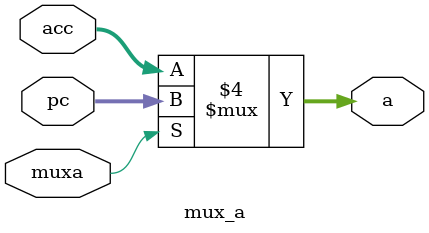
<source format=v>

module mux_a
  (
   muxa,
   acc,
   pc,
   a
   );
   
   input wire            muxa;
   input wire [7:0]       acc;
   input wire [7:0]        pc;
   
   output reg [7:0]         a;
   
   //--------------------------------------------------------------------
   // MUX A main process
   //--------------------------------------------------------------------
   
   always @(*)
     begin
	if (muxa == 1'b0)
	  begin
	     a <= acc;
	  end
	else
	  begin
	     a <= pc;
	  end
     end // always @ (*)
   
endmodule // mux_a


</source>
